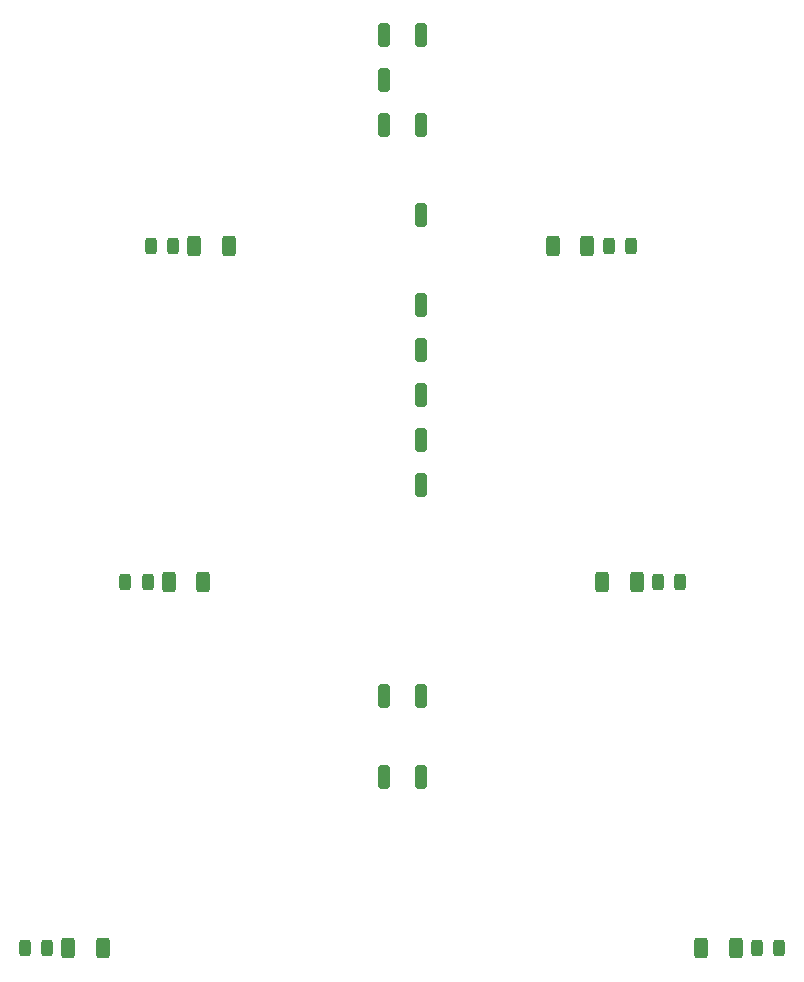
<source format=gbp>
%TF.GenerationSoftware,KiCad,Pcbnew,(6.0.9)*%
%TF.CreationDate,2022-12-10T13:43:41+01:00*%
%TF.ProjectId,PartoDos,50617274-6f44-46f7-932e-6b696361645f,rev?*%
%TF.SameCoordinates,Original*%
%TF.FileFunction,Paste,Bot*%
%TF.FilePolarity,Positive*%
%FSLAX46Y46*%
G04 Gerber Fmt 4.6, Leading zero omitted, Abs format (unit mm)*
G04 Created by KiCad (PCBNEW (6.0.9)) date 2022-12-10 13:43:41*
%MOMM*%
%LPD*%
G01*
G04 APERTURE LIST*
G04 Aperture macros list*
%AMRoundRect*
0 Rectangle with rounded corners*
0 $1 Rounding radius*
0 $2 $3 $4 $5 $6 $7 $8 $9 X,Y pos of 4 corners*
0 Add a 4 corners polygon primitive as box body*
4,1,4,$2,$3,$4,$5,$6,$7,$8,$9,$2,$3,0*
0 Add four circle primitives for the rounded corners*
1,1,$1+$1,$2,$3*
1,1,$1+$1,$4,$5*
1,1,$1+$1,$6,$7*
1,1,$1+$1,$8,$9*
0 Add four rect primitives between the rounded corners*
20,1,$1+$1,$2,$3,$4,$5,0*
20,1,$1+$1,$4,$5,$6,$7,0*
20,1,$1+$1,$6,$7,$8,$9,0*
20,1,$1+$1,$8,$9,$2,$3,0*%
G04 Aperture macros list end*
%ADD10RoundRect,0.250000X0.312500X0.625000X-0.312500X0.625000X-0.312500X-0.625000X0.312500X-0.625000X0*%
%ADD11RoundRect,0.250000X-0.312500X-0.625000X0.312500X-0.625000X0.312500X0.625000X-0.312500X0.625000X0*%
%ADD12RoundRect,0.250000X0.250000X0.750000X-0.250000X0.750000X-0.250000X-0.750000X0.250000X-0.750000X0*%
%ADD13RoundRect,0.243750X0.243750X0.456250X-0.243750X0.456250X-0.243750X-0.456250X0.243750X-0.456250X0*%
%ADD14RoundRect,0.243750X-0.243750X-0.456250X0.243750X-0.456250X0.243750X0.456250X-0.243750X0.456250X0*%
G04 APERTURE END LIST*
D10*
%TO.C,R12*%
X168721500Y-138430000D03*
X165796500Y-138430000D03*
%TD*%
%TO.C,R11*%
X160339500Y-107442000D03*
X157414500Y-107442000D03*
%TD*%
%TO.C,R10*%
X156148500Y-78994000D03*
X153223500Y-78994000D03*
%TD*%
D11*
%TO.C,R9*%
X112202500Y-138430000D03*
X115127500Y-138430000D03*
%TD*%
%TO.C,R8*%
X120711500Y-107442000D03*
X123636500Y-107442000D03*
%TD*%
%TO.C,R7*%
X122870500Y-78994000D03*
X125795500Y-78994000D03*
%TD*%
D12*
%TO.C,J10*%
X142113000Y-91567000D03*
%TD*%
%TO.C,J26*%
X142113000Y-76327000D03*
%TD*%
%TO.C,J24*%
X142113000Y-61087000D03*
%TD*%
%TO.C,J34*%
X142113000Y-117094000D03*
%TD*%
D13*
%TO.C,D11*%
X164005500Y-107442000D03*
X162130500Y-107442000D03*
%TD*%
D12*
%TO.C,J25*%
X142113000Y-68707000D03*
%TD*%
%TO.C,J11*%
X142113000Y-99187000D03*
%TD*%
%TO.C,J27*%
X142113000Y-83947000D03*
%TD*%
%TO.C,J5*%
X142113000Y-95377000D03*
%TD*%
%TO.C,J23*%
X138938000Y-61087000D03*
%TD*%
D13*
%TO.C,D10*%
X159863000Y-78994000D03*
X157988000Y-78994000D03*
%TD*%
D12*
%TO.C,J32*%
X138938000Y-117094000D03*
%TD*%
D14*
%TO.C,D7*%
X119204500Y-78994000D03*
X121079500Y-78994000D03*
%TD*%
D12*
%TO.C,J21*%
X138938000Y-68707000D03*
%TD*%
%TO.C,J4*%
X142113000Y-87757000D03*
%TD*%
%TO.C,J13*%
X138938000Y-123952000D03*
%TD*%
D14*
%TO.C,D8*%
X117045500Y-107442000D03*
X118920500Y-107442000D03*
%TD*%
D13*
%TO.C,D12*%
X172387500Y-138430000D03*
X170512500Y-138430000D03*
%TD*%
D12*
%TO.C,J33*%
X142113000Y-123952000D03*
%TD*%
%TO.C,J22*%
X138938000Y-64897000D03*
%TD*%
D14*
%TO.C,D9*%
X108536500Y-138430000D03*
X110411500Y-138430000D03*
%TD*%
M02*

</source>
